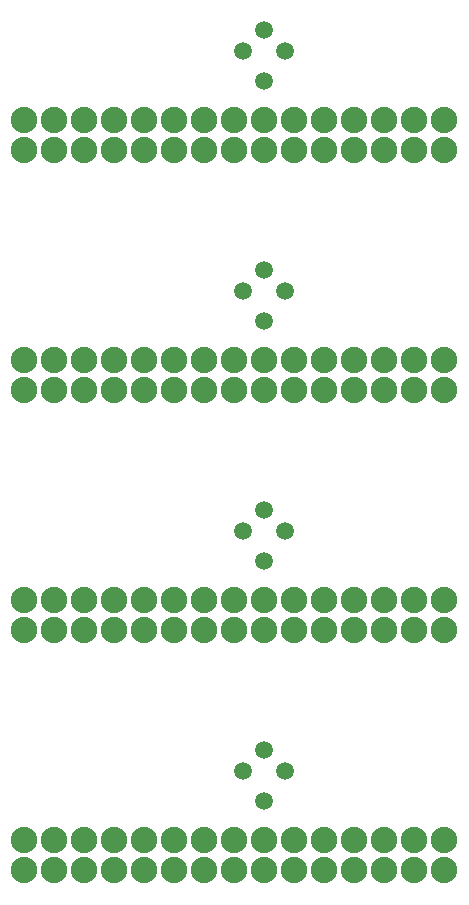
<source format=gts>
G04 MADE WITH FRITZING*
G04 WWW.FRITZING.ORG*
G04 DOUBLE SIDED*
G04 HOLES PLATED*
G04 CONTOUR ON CENTER OF CONTOUR VECTOR*
%ASAXBY*%
%FSLAX23Y23*%
%MOIN*%
%OFA0B0*%
%SFA1.0B1.0*%
%ADD10C,0.088000*%
%ADD11C,0.059843*%
%LNMASK1*%
G90*
G70*
G54D10*
X1585Y266D03*
X1485Y266D03*
X1385Y266D03*
X1285Y266D03*
X1185Y266D03*
X1085Y266D03*
X985Y266D03*
X885Y266D03*
X785Y266D03*
X685Y266D03*
X585Y266D03*
X485Y266D03*
X385Y266D03*
X285Y266D03*
X185Y266D03*
X1585Y366D03*
X1485Y366D03*
X1385Y366D03*
X1285Y366D03*
X1185Y366D03*
X1085Y366D03*
X985Y366D03*
X885Y366D03*
X785Y366D03*
X685Y366D03*
X585Y366D03*
X485Y366D03*
X385Y366D03*
X285Y366D03*
X185Y366D03*
G54D11*
X1054Y596D03*
X915Y596D03*
X985Y496D03*
X985Y666D03*
G54D10*
X1585Y1866D03*
X1485Y1866D03*
X1385Y1866D03*
X1285Y1866D03*
X1185Y1866D03*
X1085Y1866D03*
X985Y1866D03*
X885Y1866D03*
X785Y1866D03*
X685Y1866D03*
X585Y1866D03*
X485Y1866D03*
X385Y1866D03*
X285Y1866D03*
X185Y1866D03*
X1585Y1966D03*
X1485Y1966D03*
X1385Y1966D03*
X1285Y1966D03*
X1185Y1966D03*
X1085Y1966D03*
X985Y1966D03*
X885Y1966D03*
X785Y1966D03*
X685Y1966D03*
X585Y1966D03*
X485Y1966D03*
X385Y1966D03*
X285Y1966D03*
X185Y1966D03*
G54D11*
X1054Y2196D03*
X915Y2196D03*
X985Y2096D03*
X985Y2266D03*
G54D10*
X1585Y1066D03*
X1485Y1066D03*
X1385Y1066D03*
X1285Y1066D03*
X1185Y1066D03*
X1085Y1066D03*
X985Y1066D03*
X885Y1066D03*
X785Y1066D03*
X685Y1066D03*
X585Y1066D03*
X485Y1066D03*
X385Y1066D03*
X285Y1066D03*
X185Y1066D03*
X1585Y1166D03*
X1485Y1166D03*
X1385Y1166D03*
X1285Y1166D03*
X1185Y1166D03*
X1085Y1166D03*
X985Y1166D03*
X885Y1166D03*
X785Y1166D03*
X685Y1166D03*
X585Y1166D03*
X485Y1166D03*
X385Y1166D03*
X285Y1166D03*
X185Y1166D03*
G54D11*
X1055Y1396D03*
X915Y1396D03*
X985Y1296D03*
X985Y1466D03*
G54D10*
X1585Y2666D03*
X1485Y2666D03*
X1385Y2666D03*
X1285Y2666D03*
X1185Y2666D03*
X1085Y2666D03*
X985Y2666D03*
X885Y2666D03*
X785Y2666D03*
X685Y2666D03*
X585Y2666D03*
X485Y2666D03*
X385Y2666D03*
X285Y2666D03*
X185Y2666D03*
X1585Y2766D03*
X1485Y2766D03*
X1385Y2766D03*
X1285Y2766D03*
X1185Y2766D03*
X1085Y2766D03*
X985Y2766D03*
X885Y2766D03*
X785Y2766D03*
X685Y2766D03*
X585Y2766D03*
X485Y2766D03*
X385Y2766D03*
X285Y2766D03*
X185Y2766D03*
G54D11*
X1054Y2996D03*
X915Y2996D03*
X985Y2896D03*
X985Y3066D03*
G04 End of Mask1*
M02*
</source>
